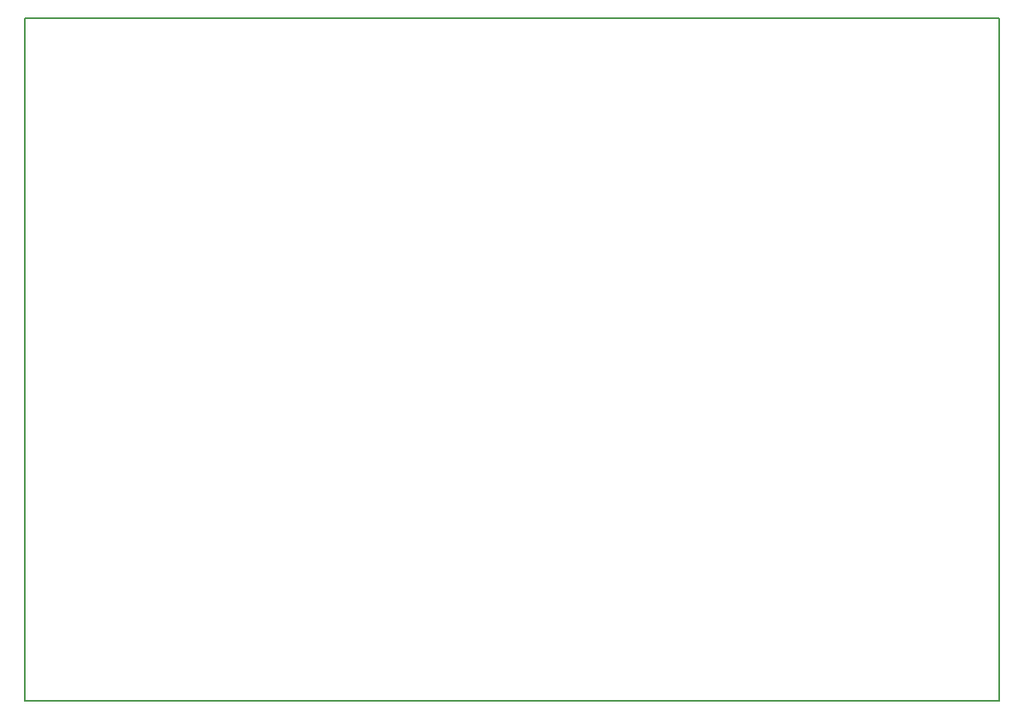
<source format=gbr>
G04 #@! TF.FileFunction,Profile,NP*
%FSLAX46Y46*%
G04 Gerber Fmt 4.6, Leading zero omitted, Abs format (unit mm)*
G04 Created by KiCad (PCBNEW 4.0.6-e0-6349~53~ubuntu16.04.1) date Sun May 21 18:04:43 2017*
%MOMM*%
%LPD*%
G01*
G04 APERTURE LIST*
%ADD10C,0.100000*%
%ADD11C,0.150000*%
G04 APERTURE END LIST*
D10*
D11*
X0Y0D02*
X0Y127000D01*
X90551000Y0D02*
X0Y0D01*
X99695000Y0D02*
X90551000Y0D01*
X99695000Y69977000D02*
X99695000Y0D01*
X0Y69977000D02*
X99695000Y69977000D01*
X0Y127000D02*
X0Y69977000D01*
M02*

</source>
